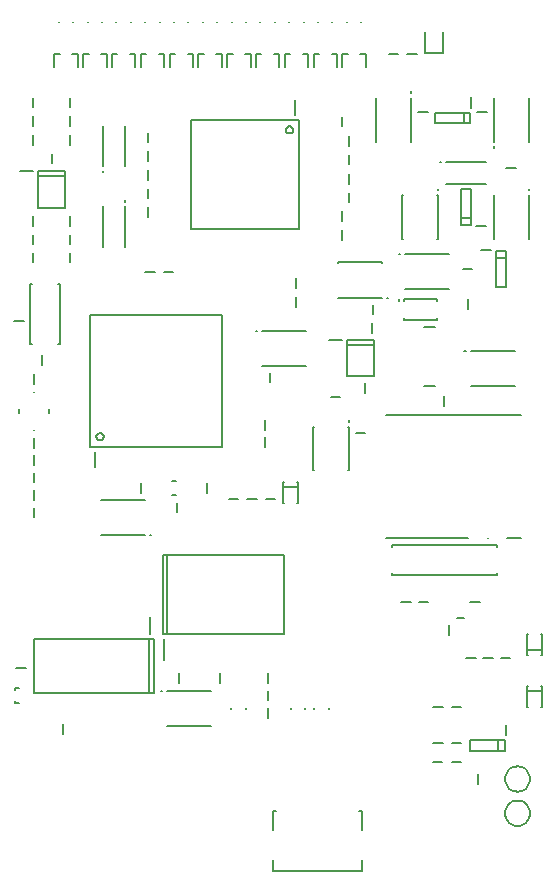
<source format=gbr>
*
%LPD*%
%LNSST*%
%FSLAX24Y24*%
%MOIN*%
%AD*%
%ADD63C,0.008*%
G54D63*
%SRX1Y1I0.0J0.0*%
G1X1310Y11790D2*
G1X1310Y12110D1*
G1X1310Y12950D2*
G1X1310Y13270D1*
G1X1310Y12370D2*
G1X1310Y12690D1*
G1X8420Y11830D2*
G1X8740Y11830D1*
G1X16110Y2320D2*
G1X16110Y2640D1*
G1X17330Y15580D2*
G1X17330Y15590D1*
G1X15870Y15580D2*
G1X17330Y15580D1*
G1X15870Y15580D2*
G1X15870Y15590D1*
G1X17330Y16750D2*
G1X17330Y16760D1*
G1X15870Y16760D2*
G1X17330Y16760D1*
G1X15870Y16750D2*
G1X15870Y16760D1*
G1X15660Y16760D2*
G1X15710Y16760D1*
G1X710Y6180D2*
G1X1030Y6180D1*
G1X16730Y10220D2*
G1X16730Y10280D1*
G1X13230Y10280D2*
G1X16730Y10280D1*
G1X13230Y10220D2*
G1X13230Y10280D1*
G1X13230Y9280D2*
G1X13230Y9340D1*
G1X13230Y9280D2*
G1X16730Y9280D1*
G1X16730Y9340D1*
G1X15410Y7840D2*
G1X15630Y7840D1*
G1X15150Y7290D2*
G1X15150Y7610D1*
G1X13550Y8380D2*
G1X13870Y8380D1*
G1X15850Y8380D2*
G1X16170Y8380D1*
G1X14130Y8380D2*
G1X14450Y8380D1*
G1X5910Y11940D2*
G1X6030Y11940D1*
G1X5910Y12420D2*
G1X6030Y12420D1*
G1X1300Y15380D2*
G1X1320Y15380D1*
G1X1300Y14120D2*
G1X1320Y14120D1*
G1X1800Y14680D2*
G1X1800Y14820D1*
G1X820Y14680D2*
G1X820Y14820D1*
G1X9010Y13550D2*
G1X9010Y13870D1*
G1X17080Y10520D2*
G1X17540Y10520D1*
G1X16430Y10520D2*
G1X16440Y10520D1*
G1X13060Y10520D2*
G1X15790Y10520D1*
G1X13060Y14620D2*
G1X17540Y14620D1*
G1X15710Y6520D2*
G1X16030Y6520D1*
G1X7520Y5680D2*
G1X7520Y6000D1*
G1X660Y17740D2*
G1X980Y17740D1*
G1X16870Y6520D2*
G1X17190Y6520D1*
G1X16290Y6520D2*
G1X16610Y6520D1*
G1X9040Y11830D2*
G1X9360Y11830D1*
G1X5110Y22460D2*
G1X5110Y22780D1*
G1X9010Y14130D2*
G1X9010Y14450D1*
G1X2120Y16990D2*
G1X2180Y16990D1*
G1X2180Y18990D1*
G1X2120Y18990D2*
G1X2180Y18990D1*
G1X1180Y18990D2*
G1X1240Y18990D1*
G1X1180Y16990D2*
G1X1180Y18990D1*
G1X1180Y16990D2*
G1X1240Y16990D1*
G1X12030Y14030D2*
G1X12350Y14030D1*
G1X10030Y18230D2*
G1X10030Y18550D1*
G1X10030Y18850D2*
G1X10030Y19170D1*
G1X2140Y27700D2*
G1X2140Y27720D1*
G1X2620Y27700D2*
G1X2620Y27720D1*
G1X3100Y27700D2*
G1X3100Y27720D1*
G1X3580Y27700D2*
G1X3580Y27720D1*
G1X7900Y27700D2*
G1X7900Y27720D1*
G1X8380Y27700D2*
G1X8380Y27720D1*
G1X8860Y27700D2*
G1X8860Y27720D1*
G1X9340Y27700D2*
G1X9340Y27720D1*
G1X9820Y27700D2*
G1X9820Y27720D1*
G1X10300Y27700D2*
G1X10300Y27720D1*
G1X10780Y27700D2*
G1X10780Y27720D1*
G1X11260Y27700D2*
G1X11260Y27720D1*
G1X11740Y27700D2*
G1X11740Y27720D1*
G1X12220Y27700D2*
G1X12220Y27720D1*
G1X6940Y27700D2*
G1X6940Y27720D1*
G1X7420Y27700D2*
G1X7420Y27720D1*
G1X5980Y27700D2*
G1X5980Y27720D1*
G1X6460Y27700D2*
G1X6460Y27720D1*
G1X5020Y27700D2*
G1X5020Y27720D1*
G1X5500Y27700D2*
G1X5500Y27720D1*
G1X4060Y27700D2*
G1X4060Y27720D1*
G1X4540Y27700D2*
G1X4540Y27720D1*
G1X830Y22740D2*
G1X1270Y22740D1*
G1X1450Y22580D2*
G1X2350Y22580D1*
G1X1450Y21520D2*
G1X1450Y22740D1*
G1X2350Y22740D1*
G1X2350Y21520D2*
G1X2350Y22740D1*
G1X1450Y21520D2*
G1X2350Y21520D1*
G1X2510Y24250D2*
G1X2510Y24570D1*
G1X2510Y24870D2*
G1X2510Y25190D1*
G1X1290Y20930D2*
G1X1290Y21250D1*
G1X1290Y20310D2*
G1X1290Y20630D1*
G1X2510Y20930D2*
G1X2510Y21250D1*
G1X1290Y23630D2*
G1X1290Y23950D1*
G1X2510Y23630D2*
G1X2510Y23950D1*
G1X1290Y19700D2*
G1X1290Y20020D1*
G1X1900Y23010D2*
G1X1900Y23330D1*
G1X2510Y19700D2*
G1X2510Y20020D1*
G1X2510Y20310D2*
G1X2510Y20630D1*
G1X3330Y12870D2*
G1X3330Y13370D1*
G1X3180Y13560D2*
G1X7580Y13560D1*
G1X3180Y13560D2*
G1X3180Y17960D1*
G1X7580Y17960D1*
G1X7580Y13560D2*
G1X7580Y17960D1*
G1X1310Y15650D2*
G1X1310Y15970D1*
G1X1310Y13530D2*
G1X1310Y13850D1*
G1X5630Y19390D2*
G1X5950Y19390D1*
G1X13130Y26640D2*
G1X13450Y26640D1*
G1X14950Y26670D2*
G1X14950Y27370D1*
G1X14330Y26670D2*
G1X14330Y27370D1*
G1X14330Y26670D2*
G1X14950Y26670D1*
G1X13750Y26640D2*
G1X14070Y26640D1*
G1X3610Y22920D2*
G1X3610Y24260D1*
G1X4350Y22920D2*
G1X4350Y24260D1*
G1X3610Y22720D2*
G1X3610Y22760D1*
G1X4350Y20230D2*
G1X4350Y21570D1*
G1X3610Y20230D2*
G1X3610Y21570D1*
G1X4350Y21730D2*
G1X4350Y21770D1*
G1X11810Y22320D2*
G1X11810Y22640D1*
G1X5110Y21220D2*
G1X5110Y21540D1*
G1X11810Y21700D2*
G1X11810Y22020D1*
G1X5110Y21840D2*
G1X5110Y22160D1*
G1X11810Y23590D2*
G1X11810Y23910D1*
G1X5110Y23700D2*
G1X5110Y24020D1*
G1X11810Y22970D2*
G1X11810Y23290D1*
G1X5110Y23080D2*
G1X5110Y23400D1*
G1X11590Y24240D2*
G1X11590Y24560D1*
G1X11590Y20460D2*
G1X11590Y20780D1*
G1X11590Y21080D2*
G1X11590Y21400D1*
G1X15850Y24350D2*
G1X15850Y24690D1*
G1X14670Y24350D2*
G1X14670Y24690D1*
G1X14680Y24690D2*
G1X15850Y24690D1*
G1X14670Y24350D2*
G1X15850Y24350D1*
G1X15880Y24860D2*
G1X15880Y25200D1*
G1X15630Y24350D2*
G1X15630Y24690D1*
G1X17060Y22840D2*
G1X17380Y22840D1*
G1X12710Y23730D2*
G1X12720Y23730D1*
G1X12710Y23730D2*
G1X12710Y25190D1*
G1X12720Y25190D1*
G1X13880Y23730D2*
G1X13890Y23730D1*
G1X13890Y25190D1*
G1X13880Y25190D2*
G1X13890Y25190D1*
G1X13890Y25350D2*
G1X13890Y25400D1*
G1X14120Y24720D2*
G1X14440Y24720D1*
G1X16080Y24720D2*
G1X16400Y24720D1*
G1X17800Y25190D2*
G1X17810Y25190D1*
G1X17810Y23730D2*
G1X17810Y25190D1*
G1X17800Y23730D2*
G1X17810Y23730D1*
G1X16630Y25190D2*
G1X16640Y25190D1*
G1X16630Y23730D2*
G1X16630Y25190D1*
G1X16630Y23730D2*
G1X16640Y23730D1*
G1X16630Y23520D2*
G1X16630Y23570D1*
G1X16200Y20100D2*
G1X16540Y20100D1*
G1X16710Y19850D2*
G1X17050Y19850D1*
G1X16710Y18890D2*
G1X16710Y20070D1*
G1X16710Y18890D2*
G1X17050Y18890D1*
G1X17050Y20070D1*
G1X16710Y20070D2*
G1X17050Y20070D1*
G1X15530Y20960D2*
G1X15870Y20960D1*
G1X15530Y22140D2*
G1X15870Y22140D1*
G1X15870Y20960D2*
G1X15870Y22130D1*
G1X15530Y20960D2*
G1X15530Y22140D1*
G1X16040Y20930D2*
G1X16380Y20930D1*
G1X15530Y21180D2*
G1X15870Y21180D1*
G1X16630Y20490D2*
G1X16640Y20490D1*
G1X16630Y20490D2*
G1X16630Y21950D1*
G1X16640Y21950D1*
G1X17800Y20490D2*
G1X17810Y20490D1*
G1X17810Y21950D1*
G1X17800Y21950D2*
G1X17810Y21950D1*
G1X17810Y22110D2*
G1X17810Y22160D1*
G1X13590Y20490D2*
G1X13600Y20490D1*
G1X13590Y20490D2*
G1X13590Y21950D1*
G1X13600Y21950D1*
G1X14760Y20490D2*
G1X14770Y20490D1*
G1X14770Y21950D1*
G1X14760Y21950D2*
G1X14770Y21950D1*
G1X14770Y22110D2*
G1X14770Y22160D1*
G1X15600Y19480D2*
G1X15920Y19480D1*
G1X15030Y23060D2*
G1X16370Y23060D1*
G1X15030Y22320D2*
G1X16370Y22320D1*
G1X14830Y23060D2*
G1X14870Y23060D1*
G1X1290Y24870D2*
G1X1290Y25190D1*
G1X1290Y24250D2*
G1X1290Y24570D1*
G1X1310Y11210D2*
G1X1310Y11530D1*
G1X5010Y19390D2*
G1X5330Y19390D1*
G1X1585Y16285D2*
G1X1585Y16605D1*
G1X9180Y15700D2*
G1X9180Y16020D1*
G1X4870Y12020D2*
G1X4870Y12340D1*
G1X7070Y12020D2*
G1X7070Y12340D1*
G1X10650Y4830D2*
G1X10650Y4850D1*
G1X11130Y4830D2*
G1X11130Y4850D1*
G1X9870Y4830D2*
G1X9870Y4850D1*
G1X10350Y4830D2*
G1X10350Y4850D1*
G1X9120Y5680D2*
G1X9120Y6000D1*
G1X9120Y5100D2*
G1X9120Y5420D1*
G1X9120Y4520D2*
G1X9120Y4840D1*
G1X5540Y5430D2*
G1X5590Y5430D1*
G1X5750Y5420D2*
G1X5750Y5430D1*
G1X7210Y5430D1*
G1X7210Y5420D2*
G1X7210Y5430D1*
G1X5750Y4250D2*
G1X5750Y4260D1*
G1X5750Y4250D2*
G1X7210Y4250D1*
G1X7210Y4260D1*
G1X7890Y4830D2*
G1X7890Y4850D1*
G1X8370Y4830D2*
G1X8370Y4850D1*
G1X2290Y3980D2*
G1X2290Y4300D1*
G1X6090Y11365D2*
G1X6090Y11685D1*
G1X6130Y5680D2*
G1X6130Y6000D1*
G1X5170Y10610D2*
G1X5220Y10610D1*
G1X5010Y10610D2*
G1X5010Y10620D1*
G1X3550Y10610D2*
G1X5010Y10610D1*
G1X3550Y10610D2*
G1X3550Y10620D1*
G1X5010Y11780D2*
G1X5010Y11790D1*
G1X3550Y11790D2*
G1X5010Y11790D1*
G1X3550Y11780D2*
G1X3550Y11790D1*
G1X5760Y7330D2*
G1X5760Y9950D1*
G1X5640Y6460D2*
G1X5640Y7160D1*
G1X5600Y7330D2*
G1X9660Y7330D1*
G1X5600Y7330D2*
G1X5600Y9950D1*
G1X9660Y9950D1*
G1X9660Y7330D2*
G1X9660Y9950D1*
G1X1300Y5340D2*
G1X1300Y7140D1*
G1X1300Y5340D2*
G1X5320Y5340D1*
G1X5320Y7140D1*
G1X1300Y7140D2*
G1X5320Y7140D1*
G1X5180Y7310D2*
G1X5180Y7890D1*
G1X5160Y5340D2*
G1X5160Y7140D1*
G1X11200Y15200D2*
G1X11520Y15200D1*
G1X17740Y6780D2*
G1X18260Y6780D1*
G1X18220Y6620D2*
G1X18260Y6620D1*
G1X18260Y7320D1*
G1X18220Y7320D2*
G1X18260Y7320D1*
G1X17740Y7320D2*
G1X17780Y7320D1*
G1X17740Y6620D2*
G1X17740Y7320D1*
G1X17740Y6620D2*
G1X17780Y6620D1*
G1X12590Y17350D2*
G1X12590Y17670D1*
G1X12595Y17970D2*
G1X12595Y18290D1*
G1X13065Y18520D2*
G1X13115Y18520D1*
G1X12905Y18520D2*
G1X12905Y18530D1*
G1X11445Y18520D2*
G1X12905Y18520D1*
G1X11445Y18520D2*
G1X11445Y18530D1*
G1X12905Y19690D2*
G1X12905Y19700D1*
G1X11445Y19700D2*
G1X12905Y19700D1*
G1X11445Y19690D2*
G1X11445Y19700D1*
G1X15785Y18160D2*
G1X15785Y18480D1*
G1X14980Y14920D2*
G1X14980Y15240D1*
G1X12350Y15350D2*
G1X12350Y15670D1*
G1X11760Y15900D2*
G1X12660Y15900D1*
G1X12660Y17120D1*
G1X11760Y17120D2*
G1X12660Y17120D1*
G1X11760Y15900D2*
G1X11760Y17120D1*
G1X11760Y16960D2*
G1X12660Y16960D1*
G1X11140Y17120D2*
G1X11580Y17120D1*
G1X14320Y17540D2*
G1X14680Y17540D1*
G1X14320Y15580D2*
G1X14680Y15580D1*
G1X17740Y5410D2*
G1X18260Y5410D1*
G1X17740Y5570D2*
G1X17780Y5570D1*
G1X17740Y4870D2*
G1X17740Y5570D1*
G1X17740Y4870D2*
G1X17780Y4870D1*
G1X18220Y4870D2*
G1X18260Y4870D1*
G1X18260Y5570D1*
G1X18220Y5570D2*
G1X18260Y5570D1*
G1X13630Y18410D2*
G1X13630Y18480D1*
G1X14750Y18480D1*
G1X14750Y18410D2*
G1X14750Y18480D1*
G1X14750Y17780D2*
G1X14750Y17850D1*
G1X13630Y17780D2*
G1X14750Y17780D1*
G1X13630Y17780D2*
G1X13630Y17850D1*
G1X13470Y18410D2*
G1X13470Y18480D1*
G1X17010Y3430D2*
G1X17010Y3770D1*
G1X15830Y3430D2*
G1X17010Y3430D1*
G1X15830Y3430D2*
G1X15830Y3770D1*
G1X17010Y3770D1*
G1X16790Y3430D2*
G1X16790Y3770D1*
G1X17040Y3940D2*
G1X17040Y4280D1*
G1X9600Y12220D2*
G1X10120Y12220D1*
G1X9600Y12380D2*
G1X9640Y12380D1*
G1X9600Y11680D2*
G1X9600Y12380D1*
G1X9600Y11680D2*
G1X9640Y11680D1*
G1X10080Y11680D2*
G1X10120Y11680D1*
G1X10120Y12380D1*
G1X10080Y12380D2*
G1X10120Y12380D1*
G1X15230Y4880D2*
G1X15550Y4880D1*
G1X15240Y3060D2*
G1X15540Y3060D1*
G1X15230Y3680D2*
G1X15550Y3680D1*
G1X14610Y4880D2*
G1X14930Y4880D1*
G1X14620Y3060D2*
G1X14920Y3060D1*
G1X14610Y3680D2*
G1X14930Y3680D1*
G1X670Y5020D2*
G1X670Y5070D1*
G1X670Y5500D2*
G1X800Y5500D1*
G1X670Y5450D2*
G1X670Y5500D1*
G1X670Y5020D2*
G1X800Y5020D1*
G1X3910Y26640D2*
G1X4090Y26640D1*
G1X3910Y26230D2*
G1X3910Y26640D1*
G1X4690Y26230D2*
G1X4690Y26640D1*
G1X4510Y26640D2*
G1X4690Y26640D1*
G1X4870Y26640D2*
G1X5050Y26640D1*
G1X4870Y26230D2*
G1X4870Y26640D1*
G1X5650Y26230D2*
G1X5650Y26640D1*
G1X5470Y26640D2*
G1X5650Y26640D1*
G1X5830Y26640D2*
G1X6010Y26640D1*
G1X5830Y26230D2*
G1X5830Y26640D1*
G1X6610Y26230D2*
G1X6610Y26640D1*
G1X6430Y26640D2*
G1X6610Y26640D1*
G1X6790Y26640D2*
G1X6970Y26640D1*
G1X6790Y26230D2*
G1X6790Y26640D1*
G1X7570Y26230D2*
G1X7570Y26640D1*
G1X7390Y26640D2*
G1X7570Y26640D1*
G1X11590Y26640D2*
G1X11770Y26640D1*
G1X11590Y26230D2*
G1X11590Y26640D1*
G1X12370Y26230D2*
G1X12370Y26640D1*
G1X12190Y26640D2*
G1X12370Y26640D1*
G1X10630Y26640D2*
G1X10810Y26640D1*
G1X10630Y26230D2*
G1X10630Y26640D1*
G1X11410Y26230D2*
G1X11410Y26640D1*
G1X11230Y26640D2*
G1X11410Y26640D1*
G1X9670Y26640D2*
G1X9850Y26640D1*
G1X9670Y26230D2*
G1X9670Y26640D1*
G1X10450Y26230D2*
G1X10450Y26640D1*
G1X10270Y26640D2*
G1X10450Y26640D1*
G1X8710Y26640D2*
G1X8890Y26640D1*
G1X8710Y26230D2*
G1X8710Y26640D1*
G1X9490Y26230D2*
G1X9490Y26640D1*
G1X9310Y26640D2*
G1X9490Y26640D1*
G1X7750Y26640D2*
G1X7930Y26640D1*
G1X7750Y26230D2*
G1X7750Y26640D1*
G1X8530Y26230D2*
G1X8530Y26640D1*
G1X8350Y26640D2*
G1X8530Y26640D1*
G1X2950Y26640D2*
G1X3130Y26640D1*
G1X2950Y26230D2*
G1X2950Y26640D1*
G1X3730Y26230D2*
G1X3730Y26640D1*
G1X3550Y26640D2*
G1X3730Y26640D1*
G1X1990Y26640D2*
G1X2170Y26640D1*
G1X1990Y26230D2*
G1X1990Y26640D1*
G1X2770Y26230D2*
G1X2770Y26640D1*
G1X2590Y26640D2*
G1X2770Y26640D1*
G1X6540Y20830D2*
G1X6540Y24450D1*
G1X6540Y20830D2*
G1X10160Y20830D1*
G1X10160Y24450D1*
G1X6540Y24450D2*
G1X10160Y24450D1*
G1X10010Y24630D2*
G1X10010Y25130D1*
G1X12230Y-570D2*
G1X12230Y-220D1*
G1X9270Y-570D2*
G1X12230Y-570D1*
G1X9270Y-570D2*
G1X9270Y-220D1*
G1X9270Y780D2*
G1X9270Y1400D1*
G1X9370Y1400D1*
G1X12230Y780D2*
G1X12230Y1400D1*
G1X12130Y1400D2*
G1X12230Y1400D1*
G1X13470Y19980D2*
G1X13520Y19980D1*
G1X13680Y19970D2*
G1X13680Y19980D1*
G1X15140Y19980D1*
G1X15140Y19970D2*
G1X15140Y19980D1*
G1X13680Y18800D2*
G1X13680Y18810D1*
G1X13680Y18800D2*
G1X15140Y18800D1*
G1X15140Y18810D1*
G1X8700Y17430D2*
G1X8750Y17430D1*
G1X8910Y17420D2*
G1X8910Y17430D1*
G1X10370Y17430D1*
G1X10370Y17420D2*
G1X10370Y17430D1*
G1X8910Y16250D2*
G1X8910Y16260D1*
G1X8910Y16250D2*
G1X10370Y16250D1*
G1X10370Y16260D1*
G1X11800Y14390D2*
G1X11800Y14440D1*
G1X11790Y14230D2*
G1X11800Y14230D1*
G1X11800Y12770D2*
G1X11800Y14230D1*
G1X11790Y12770D2*
G1X11800Y12770D1*
G1X10620Y14230D2*
G1X10630Y14230D1*
G1X10620Y12770D2*
G1X10620Y14230D1*
G1X10620Y12770D2*
G1X10630Y12770D1*
G1X7800Y11830D2*
G1X8120Y11830D1*
G1X17850Y1340D2*
G1X17844Y1413D1*
G1X17825Y1484D1*
G1X17794Y1550D1*
G1X17752Y1610D1*
G1X17700Y1662D1*
G1X17640Y1704D1*
G1X17574Y1735D1*
G1X17503Y1754D1*
G1X17430Y1760D1*
G1X17357Y1754D1*
G1X17286Y1735D1*
G1X17220Y1704D1*
G1X17160Y1662D1*
G1X17108Y1610D1*
G1X17066Y1550D1*
G1X17035Y1484D1*
G1X17016Y1413D1*
G1X17010Y1340D1*
G1X17016Y1267D1*
G1X17035Y1196D1*
G1X17066Y1130D1*
G1X17108Y1070D1*
G1X17160Y1018D1*
G1X17220Y976D1*
G1X17286Y945D1*
G1X17357Y926D1*
G1X17430Y920D1*
G1X17503Y926D1*
G1X17574Y945D1*
G1X17640Y976D1*
G1X17700Y1018D1*
G1X17752Y1070D1*
G1X17794Y1130D1*
G1X17825Y1196D1*
G1X17844Y1267D1*
G1X17850Y1340D1*
G1X3630Y13890D2*
G1X3628Y13911D1*
G1X3623Y13931D1*
G1X3614Y13950D1*
G1X3602Y13967D1*
G1X3587Y13982D1*
G1X3570Y13994D1*
G1X3551Y14003D1*
G1X3531Y14008D1*
G1X3510Y14010D1*
G1X3489Y14008D1*
G1X3469Y14003D1*
G1X3450Y13994D1*
G1X3433Y13982D1*
G1X3418Y13967D1*
G1X3406Y13950D1*
G1X3397Y13931D1*
G1X3392Y13911D1*
G1X3390Y13890D1*
G1X3392Y13869D1*
G1X3397Y13849D1*
G1X3406Y13830D1*
G1X3418Y13813D1*
G1X3433Y13798D1*
G1X3450Y13786D1*
G1X3469Y13777D1*
G1X3489Y13772D1*
G1X3510Y13770D1*
G1X3531Y13772D1*
G1X3551Y13777D1*
G1X3570Y13786D1*
G1X3587Y13798D1*
G1X3602Y13813D1*
G1X3614Y13830D1*
G1X3623Y13849D1*
G1X3628Y13869D1*
G1X3630Y13890D1*
G1X17850Y2480D2*
G1X17844Y2553D1*
G1X17825Y2624D1*
G1X17794Y2690D1*
G1X17752Y2750D1*
G1X17700Y2802D1*
G1X17640Y2844D1*
G1X17574Y2875D1*
G1X17503Y2894D1*
G1X17430Y2900D1*
G1X17357Y2894D1*
G1X17286Y2875D1*
G1X17220Y2844D1*
G1X17160Y2802D1*
G1X17108Y2750D1*
G1X17066Y2690D1*
G1X17035Y2624D1*
G1X17016Y2553D1*
G1X17010Y2480D1*
G1X17016Y2407D1*
G1X17035Y2336D1*
G1X17066Y2270D1*
G1X17108Y2210D1*
G1X17160Y2158D1*
G1X17220Y2116D1*
G1X17286Y2085D1*
G1X17357Y2066D1*
G1X17430Y2060D1*
G1X17503Y2066D1*
G1X17574Y2085D1*
G1X17640Y2116D1*
G1X17700Y2158D1*
G1X17752Y2210D1*
G1X17794Y2270D1*
G1X17825Y2336D1*
G1X17844Y2407D1*
G1X17850Y2480D1*
G1X9950Y24120D2*
G1X9948Y24141D1*
G1X9943Y24161D1*
G1X9934Y24180D1*
G1X9922Y24197D1*
G1X9907Y24212D1*
G1X9890Y24224D1*
G1X9871Y24233D1*
G1X9851Y24238D1*
G1X9830Y24240D1*
G1X9809Y24238D1*
G1X9789Y24233D1*
G1X9770Y24224D1*
G1X9753Y24212D1*
G1X9738Y24197D1*
G1X9726Y24180D1*
G1X9717Y24161D1*
G1X9712Y24141D1*
G1X9710Y24120D1*
G1X9712Y24099D1*
G1X9717Y24079D1*
G1X9726Y24060D1*
G1X9738Y24043D1*
G1X9753Y24028D1*
G1X9770Y24016D1*
G1X9789Y24007D1*
G1X9809Y24002D1*
G1X9830Y24000D1*
G1X9851Y24002D1*
G1X9871Y24007D1*
G1X9890Y24016D1*
G1X9907Y24028D1*
G1X9922Y24043D1*
G1X9934Y24060D1*
G1X9943Y24079D1*
G1X9948Y24099D1*
G1X9950Y24120D1*
M2*

</source>
